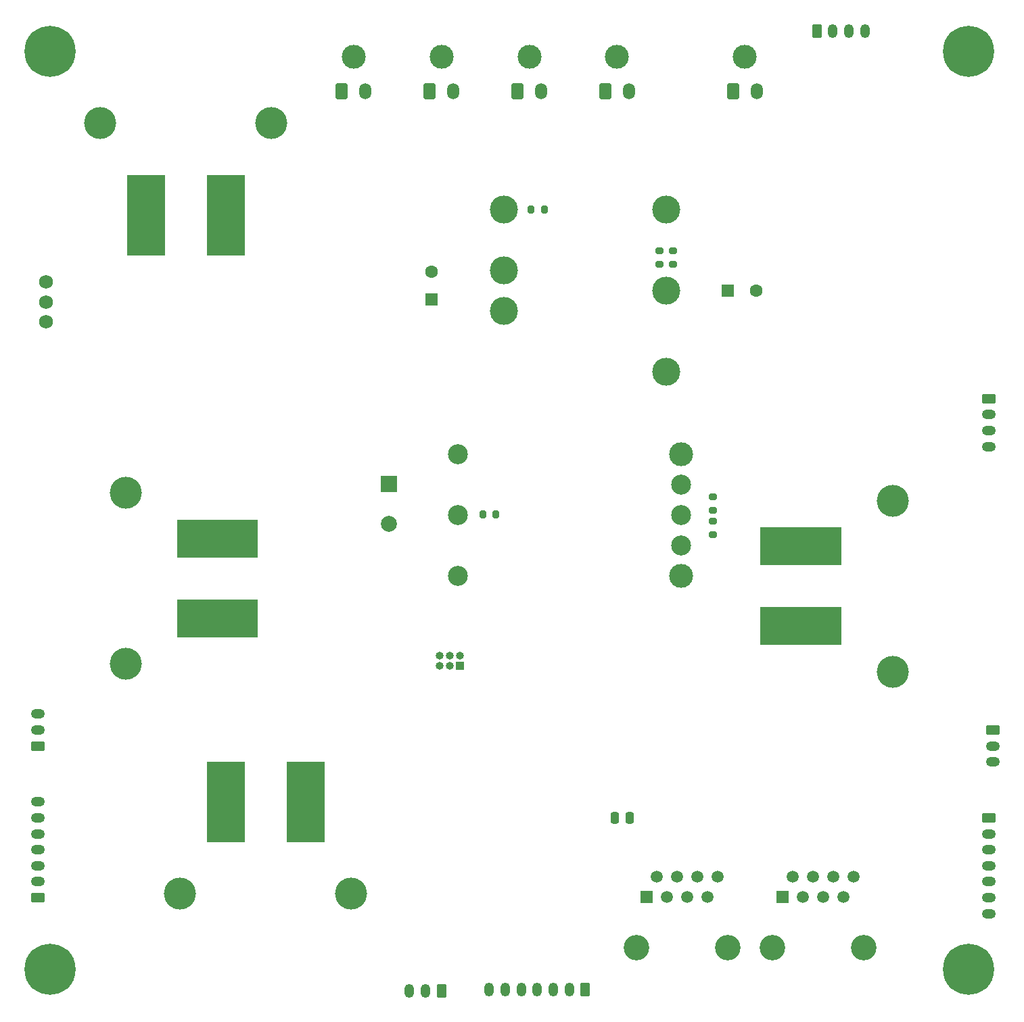
<source format=gbr>
%TF.GenerationSoftware,KiCad,Pcbnew,(6.0.4)*%
%TF.CreationDate,2022-05-04T17:07:44-02:30*%
%TF.ProjectId,interstate,696e7465-7273-4746-9174-652e6b696361,rev?*%
%TF.SameCoordinates,Original*%
%TF.FileFunction,Soldermask,Bot*%
%TF.FilePolarity,Negative*%
%FSLAX46Y46*%
G04 Gerber Fmt 4.6, Leading zero omitted, Abs format (unit mm)*
G04 Created by KiCad (PCBNEW (6.0.4)) date 2022-05-04 17:07:44*
%MOMM*%
%LPD*%
G01*
G04 APERTURE LIST*
G04 Aperture macros list*
%AMRoundRect*
0 Rectangle with rounded corners*
0 $1 Rounding radius*
0 $2 $3 $4 $5 $6 $7 $8 $9 X,Y pos of 4 corners*
0 Add a 4 corners polygon primitive as box body*
4,1,4,$2,$3,$4,$5,$6,$7,$8,$9,$2,$3,0*
0 Add four circle primitives for the rounded corners*
1,1,$1+$1,$2,$3*
1,1,$1+$1,$4,$5*
1,1,$1+$1,$6,$7*
1,1,$1+$1,$8,$9*
0 Add four rect primitives between the rounded corners*
20,1,$1+$1,$2,$3,$4,$5,0*
20,1,$1+$1,$4,$5,$6,$7,0*
20,1,$1+$1,$6,$7,$8,$9,0*
20,1,$1+$1,$8,$9,$2,$3,0*%
G04 Aperture macros list end*
%ADD10C,1.750000*%
%ADD11C,3.000000*%
%ADD12C,2.500000*%
%ADD13O,1.000000X1.000000*%
%ADD14R,1.000000X1.000000*%
%ADD15O,1.200000X1.750000*%
%ADD16RoundRect,0.250000X0.350000X0.625000X-0.350000X0.625000X-0.350000X-0.625000X0.350000X-0.625000X0*%
%ADD17O,1.500000X2.020000*%
%ADD18RoundRect,0.250001X-0.499999X-0.759999X0.499999X-0.759999X0.499999X0.759999X-0.499999X0.759999X0*%
%ADD19R,4.800000X5.100000*%
%ADD20C,4.000000*%
%ADD21O,1.750000X1.200000*%
%ADD22RoundRect,0.250000X0.625000X-0.350000X0.625000X0.350000X-0.625000X0.350000X-0.625000X-0.350000X0*%
%ADD23R,1.600000X1.600000*%
%ADD24C,1.600000*%
%ADD25C,3.500000*%
%ADD26RoundRect,0.250000X-0.350000X-0.625000X0.350000X-0.625000X0.350000X0.625000X-0.350000X0.625000X0*%
%ADD27R,5.100000X4.800000*%
%ADD28RoundRect,0.250000X-0.625000X0.350000X-0.625000X-0.350000X0.625000X-0.350000X0.625000X0.350000X0*%
%ADD29C,1.500000*%
%ADD30R,1.500000X1.500000*%
%ADD31C,3.200000*%
%ADD32C,0.800000*%
%ADD33C,6.400000*%
%ADD34R,2.000000X2.000000*%
%ADD35C,2.000000*%
%ADD36RoundRect,0.200000X-0.275000X0.200000X-0.275000X-0.200000X0.275000X-0.200000X0.275000X0.200000X0*%
%ADD37RoundRect,0.250000X0.250000X0.475000X-0.250000X0.475000X-0.250000X-0.475000X0.250000X-0.475000X0*%
%ADD38RoundRect,0.200000X0.200000X0.275000X-0.200000X0.275000X-0.200000X-0.275000X0.200000X-0.275000X0*%
%ADD39RoundRect,0.200000X0.275000X-0.200000X0.275000X0.200000X-0.275000X0.200000X-0.275000X-0.200000X0*%
G04 APERTURE END LIST*
D10*
%TO.C,SW2*%
X54484000Y-88882000D03*
X54484000Y-86382000D03*
X54484000Y-83882000D03*
%TD*%
D11*
%TO.C,U2*%
X133986000Y-105432000D03*
D12*
X133986000Y-109242000D03*
X133986000Y-113052000D03*
X133986000Y-116862000D03*
D11*
X133986000Y-120672000D03*
D12*
X106046000Y-120672000D03*
X106046000Y-113052000D03*
X106046000Y-105432000D03*
%TD*%
D13*
%TO.C,J20*%
X103765000Y-130715000D03*
X103765000Y-131985000D03*
X105035000Y-130715000D03*
X105035000Y-131985000D03*
X106305000Y-130715000D03*
D14*
X106305000Y-131985000D03*
%TD*%
D15*
%TO.C,J18*%
X110000000Y-172550000D03*
X112000000Y-172550000D03*
X114000000Y-172550000D03*
X116000000Y-172550000D03*
X118000000Y-172550000D03*
X120000000Y-172550000D03*
D16*
X122000000Y-172550000D03*
%TD*%
D17*
%TO.C,J4*%
X116500000Y-59970000D03*
D18*
X113500000Y-59970000D03*
D11*
X115000000Y-55650000D03*
%TD*%
D19*
%TO.C,J14*%
X77000000Y-146495000D03*
X77000000Y-151495000D03*
X87000000Y-151495000D03*
X87000000Y-146495000D03*
D20*
X71270000Y-160495000D03*
X92730000Y-160495000D03*
%TD*%
D21*
%TO.C,J13*%
X53450000Y-138000000D03*
X53450000Y-140000000D03*
D22*
X53450000Y-142000000D03*
%TD*%
D23*
%TO.C,C2*%
X102744000Y-86107651D03*
D24*
X102744000Y-82607651D03*
%TD*%
D25*
%TO.C,U5*%
X132170000Y-95160000D03*
X132170000Y-85000000D03*
X132170000Y-74840000D03*
X111850000Y-74840000D03*
X111850000Y-82460000D03*
X111850000Y-87540000D03*
%TD*%
D15*
%TO.C,J3*%
X157000000Y-52450000D03*
X155000000Y-52450000D03*
X153000000Y-52450000D03*
D26*
X151000000Y-52450000D03*
%TD*%
D27*
%TO.C,J11*%
X78505000Y-116000000D03*
X73505000Y-116000000D03*
X78505000Y-126000000D03*
X73505000Y-126000000D03*
D20*
X64505000Y-131730000D03*
X64505000Y-110270000D03*
%TD*%
D15*
%TO.C,J19*%
X100000000Y-172650000D03*
X102000000Y-172650000D03*
D16*
X104000000Y-172650000D03*
%TD*%
D23*
%TO.C,C26*%
X139884000Y-85000000D03*
D24*
X143384000Y-85000000D03*
%TD*%
D28*
%TO.C,J16*%
X173000000Y-140000000D03*
D21*
X173000000Y-142000000D03*
X173000000Y-144000000D03*
%TD*%
D29*
%TO.C,J9*%
X138607500Y-158360000D03*
X137337500Y-160900000D03*
X136067500Y-158360000D03*
X134797500Y-160900000D03*
X133527500Y-158360000D03*
X132257500Y-160900000D03*
X130987500Y-158360000D03*
D30*
X129717500Y-160900000D03*
D31*
X128447500Y-167250000D03*
X139877500Y-167250000D03*
%TD*%
D32*
%TO.C,H3*%
X53302944Y-171697056D03*
X52600000Y-170000000D03*
X56697056Y-168302944D03*
D33*
X55000000Y-170000000D03*
D32*
X53302944Y-168302944D03*
X56697056Y-171697056D03*
X57400000Y-170000000D03*
X55000000Y-167600000D03*
X55000000Y-172400000D03*
%TD*%
D17*
%TO.C,J5*%
X105500000Y-59970000D03*
D18*
X102500000Y-59970000D03*
D11*
X104000000Y-55650000D03*
%TD*%
D32*
%TO.C,H1*%
X52600000Y-55000000D03*
X56697056Y-53302944D03*
X57400000Y-55000000D03*
D33*
X55000000Y-55000000D03*
D32*
X55000000Y-57400000D03*
X53302944Y-53302944D03*
X55000000Y-52600000D03*
X56697056Y-56697056D03*
X53302944Y-56697056D03*
%TD*%
D34*
%TO.C,C3*%
X97410000Y-109160323D03*
D35*
X97410000Y-114160323D03*
%TD*%
D32*
%TO.C,H2*%
X168302944Y-56697056D03*
X170000000Y-57400000D03*
X172400000Y-55000000D03*
X170000000Y-52600000D03*
D33*
X170000000Y-55000000D03*
D32*
X167600000Y-55000000D03*
X171697056Y-53302944D03*
X171697056Y-56697056D03*
X168302944Y-53302944D03*
%TD*%
D17*
%TO.C,J2*%
X143500000Y-59970000D03*
D18*
X140500000Y-59970000D03*
D11*
X142000000Y-55650000D03*
%TD*%
D32*
%TO.C,H4*%
X170000000Y-172400000D03*
X171697056Y-171697056D03*
X171697056Y-168302944D03*
X167600000Y-170000000D03*
X168302944Y-171697056D03*
X172400000Y-170000000D03*
X168302944Y-168302944D03*
D33*
X170000000Y-170000000D03*
D32*
X170000000Y-167600000D03*
%TD*%
D19*
%TO.C,J7*%
X77000000Y-78000000D03*
X77000000Y-73000000D03*
X67000000Y-78000000D03*
X67000000Y-73000000D03*
D20*
X82730000Y-64000000D03*
X61270000Y-64000000D03*
%TD*%
D21*
%TO.C,J10*%
X172550000Y-104500000D03*
X172550000Y-102500000D03*
X172550000Y-100500000D03*
D28*
X172550000Y-98500000D03*
%TD*%
D29*
%TO.C,J8*%
X155607500Y-158360000D03*
X154337500Y-160900000D03*
X153067500Y-158360000D03*
X151797500Y-160900000D03*
X150527500Y-158360000D03*
X149257500Y-160900000D03*
X147987500Y-158360000D03*
D30*
X146717500Y-160900000D03*
D31*
X156877500Y-167250000D03*
X145447500Y-167250000D03*
%TD*%
D28*
%TO.C,J15*%
X172550000Y-151000000D03*
D21*
X172550000Y-153000000D03*
X172550000Y-155000000D03*
X172550000Y-157000000D03*
X172550000Y-159000000D03*
X172550000Y-161000000D03*
X172550000Y-163000000D03*
%TD*%
D27*
%TO.C,J17*%
X151495000Y-127000000D03*
X146495000Y-127000000D03*
X151495000Y-117000000D03*
X146495000Y-117000000D03*
D20*
X160495000Y-111270000D03*
X160495000Y-132730000D03*
%TD*%
D17*
%TO.C,J6*%
X127500000Y-59970000D03*
D18*
X124500000Y-59970000D03*
D11*
X126000000Y-55650000D03*
%TD*%
D17*
%TO.C,J1*%
X94500000Y-59970000D03*
D18*
X91500000Y-59970000D03*
D11*
X93000000Y-55650000D03*
%TD*%
D21*
%TO.C,J12*%
X53450000Y-149000000D03*
X53450000Y-151000000D03*
X53450000Y-153000000D03*
X53450000Y-155000000D03*
X53450000Y-157000000D03*
X53450000Y-159000000D03*
D22*
X53450000Y-161000000D03*
%TD*%
D36*
%TO.C,R25*%
X131318000Y-80010000D03*
X131318000Y-81660000D03*
%TD*%
D37*
%TO.C,C23*%
X127575000Y-151000000D03*
X125675000Y-151000000D03*
%TD*%
D38*
%TO.C,R20*%
X116903000Y-74803000D03*
X115253000Y-74803000D03*
%TD*%
%TO.C,R19*%
X110825000Y-113000000D03*
X109175000Y-113000000D03*
%TD*%
D39*
%TO.C,R24*%
X132969000Y-81660000D03*
X132969000Y-80010000D03*
%TD*%
%TO.C,R23*%
X138000000Y-115528000D03*
X138000000Y-113878000D03*
%TD*%
%TO.C,R22*%
X138000000Y-112480000D03*
X138000000Y-110830000D03*
%TD*%
M02*

</source>
